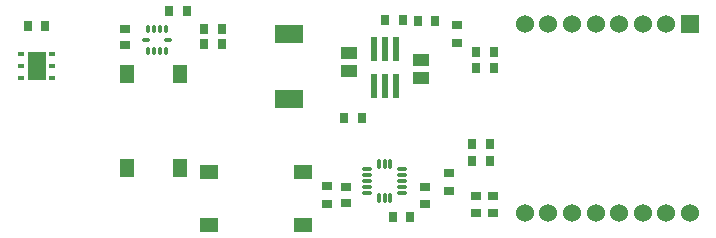
<source format=gtp>
G04 Layer_Color=8421504*
%FSLAX25Y25*%
%MOIN*%
G70*
G01*
G75*
%ADD10R,0.02756X0.03543*%
%ADD11C,0.06000*%
%ADD12O,0.03937X0.01181*%
%ADD13R,0.06000X0.06000*%
%ADD14R,0.05118X0.06102*%
%ADD15R,0.05906X0.09449*%
%ADD16O,0.02362X0.01575*%
%ADD17R,0.03543X0.03150*%
%ADD18R,0.03150X0.03543*%
%ADD19O,0.01181X0.03150*%
%ADD20O,0.03150X0.01181*%
%ADD21R,0.06102X0.05118*%
%ADD22R,0.03543X0.02756*%
%ADD23O,0.01181X0.03937*%
%ADD24R,0.05512X0.04331*%
%ADD25R,0.02362X0.08465*%
%ADD26R,0.09449X0.05906*%
D10*
X247053Y172600D02*
D03*
X241147D02*
D03*
X257953Y172500D02*
D03*
X252047D02*
D03*
X169147Y175700D02*
D03*
X175053D02*
D03*
X277353Y156800D02*
D03*
X271447D02*
D03*
X180947Y164700D02*
D03*
X186853D02*
D03*
X180947Y169800D02*
D03*
X186853D02*
D03*
X277353Y162200D02*
D03*
X271447D02*
D03*
X276153Y125900D02*
D03*
X270247D02*
D03*
X276153Y131300D02*
D03*
X270247D02*
D03*
X227447Y140100D02*
D03*
X233353D02*
D03*
D11*
X334944Y108500D02*
D03*
X342818D02*
D03*
X319196D02*
D03*
X311322D02*
D03*
X303448D02*
D03*
X295574D02*
D03*
X287700D02*
D03*
Y171500D02*
D03*
X295574D02*
D03*
X303448D02*
D03*
X311322D02*
D03*
X319196D02*
D03*
X327070D02*
D03*
X334944D02*
D03*
X327070Y108500D02*
D03*
D12*
X246709Y121069D02*
D03*
X235291Y115163D02*
D03*
Y117131D02*
D03*
Y119100D02*
D03*
Y121069D02*
D03*
Y123037D02*
D03*
X246709D02*
D03*
Y119100D02*
D03*
Y117131D02*
D03*
Y115163D02*
D03*
D13*
X342818Y171500D02*
D03*
D14*
X172858Y154850D02*
D03*
Y123550D02*
D03*
X155142Y154850D02*
D03*
Y123550D02*
D03*
D15*
X125000Y157500D02*
D03*
D16*
X119685Y153563D02*
D03*
Y157500D02*
D03*
Y161437D02*
D03*
X130315D02*
D03*
Y157500D02*
D03*
Y153563D02*
D03*
D17*
X154584Y169916D02*
D03*
Y164404D02*
D03*
X254500Y111544D02*
D03*
Y117056D02*
D03*
X228200Y117156D02*
D03*
Y111644D02*
D03*
X277100Y108544D02*
D03*
Y114056D02*
D03*
X271600Y108544D02*
D03*
Y114056D02*
D03*
D18*
X249456Y107200D02*
D03*
X243944D02*
D03*
X127756Y170600D02*
D03*
X122244D02*
D03*
D19*
X162232Y162420D02*
D03*
X164200D02*
D03*
X166169D02*
D03*
X168137D02*
D03*
Y169900D02*
D03*
X166169D02*
D03*
X164200D02*
D03*
X162232D02*
D03*
D20*
X168924Y166160D02*
D03*
X161444D02*
D03*
D21*
X213750Y104542D02*
D03*
X182450D02*
D03*
X213750Y122258D02*
D03*
X182450D02*
D03*
D22*
X262600Y115747D02*
D03*
Y121653D02*
D03*
X221900Y117453D02*
D03*
Y111547D02*
D03*
X265000Y171153D02*
D03*
Y165247D02*
D03*
D23*
X242969Y113391D02*
D03*
X241000D02*
D03*
X239032D02*
D03*
Y124809D02*
D03*
X241000D02*
D03*
X242969D02*
D03*
D24*
X229000Y155847D02*
D03*
Y161753D02*
D03*
X253300Y153447D02*
D03*
Y159353D02*
D03*
D25*
X237460Y150798D02*
D03*
X241200D02*
D03*
X244940D02*
D03*
Y163002D02*
D03*
X241200D02*
D03*
X237460D02*
D03*
D26*
X209300Y168227D02*
D03*
Y146573D02*
D03*
M02*

</source>
